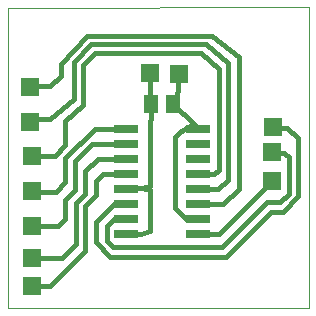
<source format=gtl>
G75*
%MOIN*%
%OFA0B0*%
%FSLAX24Y24*%
%IPPOS*%
%LPD*%
%AMOC8*
5,1,8,0,0,1.08239X$1,22.5*
%
%ADD10C,0.0000*%
%ADD11R,0.0800X0.0260*%
%ADD12R,0.0512X0.0591*%
%ADD13R,0.0591X0.0591*%
%ADD14C,0.0160*%
D10*
X000100Y000100D02*
X000100Y010100D01*
X010147Y010139D01*
X010139Y000100D01*
X000100Y000100D01*
D11*
X004040Y002586D03*
X004040Y003086D03*
X004040Y003586D03*
X004040Y004086D03*
X004040Y004586D03*
X004040Y005086D03*
X004040Y005586D03*
X004040Y006086D03*
X006460Y006086D03*
X006460Y005586D03*
X006460Y005086D03*
X006460Y004586D03*
X006460Y004086D03*
X006460Y003586D03*
X006460Y003086D03*
X006460Y002586D03*
D12*
X005616Y006923D03*
X004868Y006923D03*
D13*
X004856Y007946D03*
X005805Y007899D03*
X008943Y006135D03*
X008919Y005309D03*
X008927Y004364D03*
X000911Y004006D03*
X000907Y005187D03*
X000864Y006328D03*
X000860Y007470D03*
X000911Y002860D03*
X000915Y001797D03*
X000919Y000852D03*
D14*
X000923Y000848D01*
X001517Y000848D01*
X002698Y002029D01*
X002698Y003525D01*
X003053Y003880D01*
X003053Y004352D01*
X003289Y004588D01*
X003797Y004588D01*
X003799Y004586D01*
X004040Y004586D01*
X004069Y004116D02*
X004040Y004086D01*
X004069Y004116D02*
X004588Y004116D01*
X004864Y004037D01*
X004864Y002698D01*
X004555Y002586D01*
X004040Y002586D01*
X004040Y003086D02*
X003637Y003086D01*
X003407Y002856D01*
X003407Y002344D01*
X003604Y002147D01*
X007265Y002147D01*
X008761Y003643D01*
X009194Y003643D01*
X009470Y003919D01*
X009470Y005139D01*
X009313Y005297D01*
X008931Y005297D01*
X008919Y005309D01*
X008954Y006124D02*
X008943Y006135D01*
X008954Y006124D02*
X009431Y006124D01*
X009785Y005769D01*
X009785Y003840D01*
X009273Y003328D01*
X008880Y003328D01*
X007383Y001832D01*
X003525Y001832D01*
X003053Y002305D01*
X003053Y002974D01*
X003665Y003586D01*
X004040Y003586D01*
X004588Y004116D02*
X004864Y004194D01*
X004864Y006281D01*
X004868Y006482D01*
X004868Y006923D01*
X004856Y007486D01*
X004856Y007946D01*
X005805Y007899D02*
X005765Y007112D01*
X005616Y006923D01*
X005623Y006923D01*
X006273Y006273D01*
X006124Y006124D01*
X006045Y006124D01*
X005927Y006006D01*
X005887Y006006D01*
X005691Y005809D01*
X005691Y003446D01*
X006051Y003086D01*
X006460Y003086D01*
X006460Y002586D02*
X007153Y002586D01*
X008919Y004352D01*
X007817Y004076D02*
X007817Y008486D01*
X006911Y009194D01*
X002738Y009194D01*
X001872Y008250D01*
X001872Y007856D01*
X001517Y007502D01*
X000891Y007502D01*
X000860Y007470D01*
X000935Y006399D02*
X000864Y006328D01*
X000935Y006399D02*
X001517Y006399D01*
X002305Y007069D01*
X002305Y008328D01*
X002895Y008919D01*
X006714Y008919D01*
X007462Y008289D01*
X007462Y004391D01*
X007118Y004086D01*
X006460Y004086D01*
X006460Y003586D02*
X007287Y003586D01*
X007817Y004076D01*
X007147Y004706D02*
X007147Y008092D01*
X006557Y008604D01*
X003013Y008604D01*
X002620Y008210D01*
X002620Y006872D01*
X002029Y006360D01*
X002029Y005533D01*
X001675Y005179D01*
X000915Y005179D01*
X000907Y005187D01*
X002029Y005100D02*
X002029Y004313D01*
X001714Y003998D01*
X000919Y003998D01*
X000911Y004006D01*
X002029Y003722D02*
X002029Y003092D01*
X001793Y002856D01*
X000915Y002856D01*
X000911Y002860D01*
X000915Y001797D02*
X000919Y001793D01*
X001911Y001793D01*
X002383Y002265D01*
X002383Y003604D01*
X002698Y003919D01*
X002698Y004667D01*
X003118Y005086D01*
X004040Y005086D01*
X004040Y005586D02*
X002909Y005586D01*
X002344Y005021D01*
X002344Y004037D01*
X002029Y003722D01*
X002029Y005100D02*
X003013Y006084D01*
X003250Y006084D01*
X003252Y006086D01*
X004040Y006086D01*
X006273Y006273D02*
X006460Y006086D01*
X007147Y004706D02*
X006988Y004586D01*
X006460Y004586D01*
M02*

</source>
